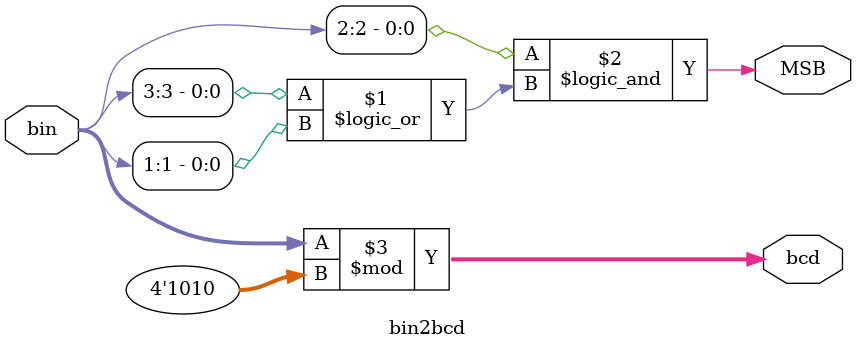
<source format=v>
`timescale 1ns / 1ps
module bin2bcd(bin, MSB, bcd);
input [3:0] bin;
output [3:0] bcd;
output MSB;
assign MSB = bin[2] && (bin[3] || bin[1]), bcd = bin % 4'b1010;
endmodule
</source>
